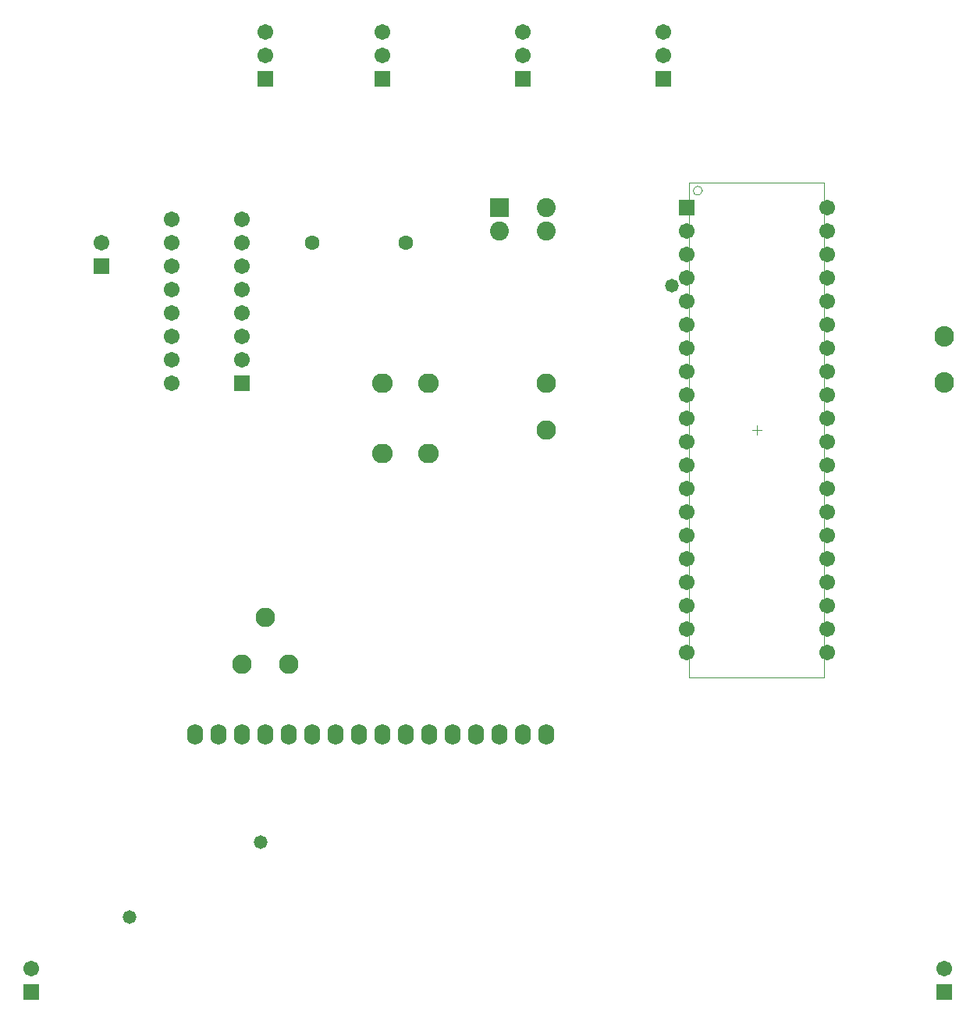
<source format=gts>
%FSTAX23Y23*%
%MOIN*%
%SFA1B1*%

%IPPOS*%
%ADD16C,0.003940*%
%ADD17R,0.067060X0.067060*%
%ADD18C,0.067060*%
%ADD19R,0.067060X0.067060*%
%ADD20O,0.083000X0.088000*%
%ADD21O,0.068000X0.088000*%
%ADD22O,0.088000X0.083000*%
%ADD23C,0.083000*%
%ADD24C,0.067060*%
%ADD25R,0.067060X0.067060*%
%ADD26C,0.063120*%
%ADD27C,0.080830*%
%ADD28R,0.080830X0.080830*%
%ADD29C,0.058000*%
G54D16*
X05667Y04721D02*
D01*
D01*
G75*
G03X05628I-00019J0D01*
G74*G01*
D01*
G75*
G03X05667I00019J0D01*
G74*G01*
X05612Y02642D02*
Y04757D01*
X06187Y02642D02*
Y04757D01*
X05612D02*
X06187D01*
X05612Y02642D02*
X06187D01*
X0588Y037D02*
X05919D01*
X059Y0368D02*
Y03719D01*
G54D17*
X038Y052D03*
X043D03*
X049D03*
X055D03*
X028Y013D03*
X067D03*
X031Y044D03*
G54D18*
X038Y053D03*
Y054D03*
X043Y053D03*
Y054D03*
X049Y053D03*
Y054D03*
X055Y053D03*
Y054D03*
X056Y0455D03*
Y0445D03*
Y0435D03*
Y0425D03*
Y0415D03*
Y0405D03*
Y0395D03*
Y0385D03*
Y0375D03*
Y0365D03*
Y0355D03*
Y0345D03*
Y0335D03*
Y0325D03*
Y0315D03*
Y0305D03*
Y0295D03*
Y0285D03*
Y0275D03*
X062Y0465D03*
Y0455D03*
Y0445D03*
Y0435D03*
Y0425D03*
Y0415D03*
Y0405D03*
Y0395D03*
Y0385D03*
Y0375D03*
Y0365D03*
Y0355D03*
Y0345D03*
Y0335D03*
Y0325D03*
Y0315D03*
Y0305D03*
Y0295D03*
Y0285D03*
Y0275D03*
X028Y014D03*
X067D03*
X031Y045D03*
G54D19*
X056Y0465D03*
G54D20*
X067Y041D03*
Y03903D03*
G54D21*
X04Y024D03*
X041D03*
X042D03*
X039D03*
X036D03*
X037D03*
X038D03*
X043D03*
X048D03*
X049D03*
X05D03*
X047D03*
X044D03*
X045D03*
X046D03*
X035D03*
G54D22*
X043Y039D03*
X04496D03*
X043Y036D03*
X04496D03*
G54D23*
X05Y037D03*
Y039D03*
X039Y027D03*
X038Y029D03*
X037Y027D03*
G54D24*
X034Y046D03*
Y045D03*
Y044D03*
Y043D03*
Y042D03*
Y041D03*
Y04D03*
Y039D03*
X037Y046D03*
Y045D03*
Y044D03*
Y043D03*
Y042D03*
Y041D03*
Y04D03*
G54D25*
X037Y039D03*
G54D26*
X04Y045D03*
X044D03*
G54D27*
X048Y0455D03*
X05D03*
Y0465D03*
G54D28*
X048Y0465D03*
G54D29*
X0322Y0162D03*
X05536Y04315D03*
X0378Y0194D03*
M02*
</source>
